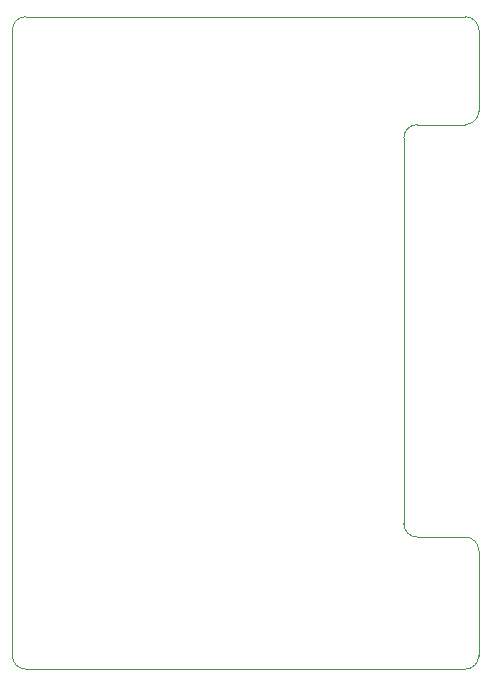
<source format=gm1>
G04 #@! TF.GenerationSoftware,KiCad,Pcbnew,(5.1.10)-1*
G04 #@! TF.CreationDate,2021-12-28T21:38:16-08:00*
G04 #@! TF.ProjectId,breadboardPower,62726561-6462-46f6-9172-64506f776572,rev?*
G04 #@! TF.SameCoordinates,Original*
G04 #@! TF.FileFunction,Profile,NP*
%FSLAX46Y46*%
G04 Gerber Fmt 4.6, Leading zero omitted, Abs format (unit mm)*
G04 Created by KiCad (PCBNEW (5.1.10)-1) date 2021-12-28 21:38:16*
%MOMM*%
%LPD*%
G01*
G04 APERTURE LIST*
G04 #@! TA.AperFunction,Profile*
%ADD10C,0.100000*%
G04 #@! TD*
G04 APERTURE END LIST*
D10*
X70739000Y-116713000D02*
G75*
G02*
X69596000Y-115570000I0J1143000D01*
G01*
X69596000Y-62611000D02*
G75*
G02*
X70739000Y-61468000I1143000J0D01*
G01*
X107950000Y-61468000D02*
G75*
G02*
X109093000Y-62611000I0J-1143000D01*
G01*
X107950000Y-105537000D02*
G75*
G02*
X109093000Y-106680000I0J-1143000D01*
G01*
X109093000Y-115570000D02*
G75*
G02*
X107950000Y-116713000I-1143000J0D01*
G01*
X109093000Y-69469000D02*
G75*
G02*
X107950000Y-70612000I-1143000J0D01*
G01*
X102743000Y-71755000D02*
G75*
G02*
X103886000Y-70612000I1143000J0D01*
G01*
X103886000Y-105537000D02*
G75*
G02*
X102743000Y-104394000I0J1143000D01*
G01*
X69596000Y-62611000D02*
X69596000Y-67945000D01*
X76073000Y-61468000D02*
X70739000Y-61468000D01*
X102235000Y-116713000D02*
X107950000Y-116713000D01*
X107950000Y-61468000D02*
X102108000Y-61468000D01*
X70739000Y-116713000D02*
X102235000Y-116713000D01*
X69596000Y-67945000D02*
X69596000Y-115570000D01*
X76073000Y-61468000D02*
X102108000Y-61468000D01*
X102743000Y-104394000D02*
X102743000Y-71755000D01*
X107950000Y-105537000D02*
X103886000Y-105537000D01*
X109093000Y-106680000D02*
X109093000Y-115570000D01*
X107950000Y-70612000D02*
X103886000Y-70612000D01*
X109093000Y-62611000D02*
X109093000Y-69469000D01*
M02*

</source>
